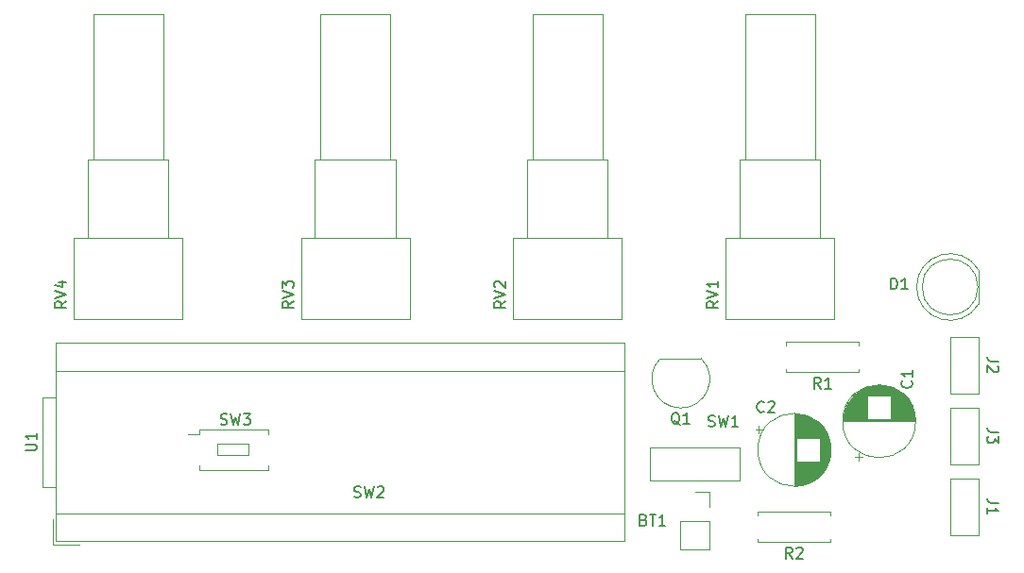
<source format=gbr>
%TF.GenerationSoftware,KiCad,Pcbnew,7.0.10*%
%TF.CreationDate,2024-01-28T18:06:39+01:00*%
%TF.ProjectId,daisy_01,64616973-795f-4303-912e-6b696361645f,rev?*%
%TF.SameCoordinates,Original*%
%TF.FileFunction,Legend,Top*%
%TF.FilePolarity,Positive*%
%FSLAX46Y46*%
G04 Gerber Fmt 4.6, Leading zero omitted, Abs format (unit mm)*
G04 Created by KiCad (PCBNEW 7.0.10) date 2024-01-28 18:06:39*
%MOMM*%
%LPD*%
G01*
G04 APERTURE LIST*
%ADD10C,0.150000*%
%ADD11C,0.120000*%
G04 APERTURE END LIST*
D10*
X129476667Y-126137200D02*
X129619524Y-126184819D01*
X129619524Y-126184819D02*
X129857619Y-126184819D01*
X129857619Y-126184819D02*
X129952857Y-126137200D01*
X129952857Y-126137200D02*
X130000476Y-126089580D01*
X130000476Y-126089580D02*
X130048095Y-125994342D01*
X130048095Y-125994342D02*
X130048095Y-125899104D01*
X130048095Y-125899104D02*
X130000476Y-125803866D01*
X130000476Y-125803866D02*
X129952857Y-125756247D01*
X129952857Y-125756247D02*
X129857619Y-125708628D01*
X129857619Y-125708628D02*
X129667143Y-125661009D01*
X129667143Y-125661009D02*
X129571905Y-125613390D01*
X129571905Y-125613390D02*
X129524286Y-125565771D01*
X129524286Y-125565771D02*
X129476667Y-125470533D01*
X129476667Y-125470533D02*
X129476667Y-125375295D01*
X129476667Y-125375295D02*
X129524286Y-125280057D01*
X129524286Y-125280057D02*
X129571905Y-125232438D01*
X129571905Y-125232438D02*
X129667143Y-125184819D01*
X129667143Y-125184819D02*
X129905238Y-125184819D01*
X129905238Y-125184819D02*
X130048095Y-125232438D01*
X130381429Y-125184819D02*
X130619524Y-126184819D01*
X130619524Y-126184819D02*
X130810000Y-125470533D01*
X130810000Y-125470533D02*
X131000476Y-126184819D01*
X131000476Y-126184819D02*
X131238572Y-125184819D01*
X131571905Y-125280057D02*
X131619524Y-125232438D01*
X131619524Y-125232438D02*
X131714762Y-125184819D01*
X131714762Y-125184819D02*
X131952857Y-125184819D01*
X131952857Y-125184819D02*
X132048095Y-125232438D01*
X132048095Y-125232438D02*
X132095714Y-125280057D01*
X132095714Y-125280057D02*
X132143333Y-125375295D01*
X132143333Y-125375295D02*
X132143333Y-125470533D01*
X132143333Y-125470533D02*
X132095714Y-125613390D01*
X132095714Y-125613390D02*
X131524286Y-126184819D01*
X131524286Y-126184819D02*
X132143333Y-126184819D01*
X117506667Y-119627200D02*
X117649524Y-119674819D01*
X117649524Y-119674819D02*
X117887619Y-119674819D01*
X117887619Y-119674819D02*
X117982857Y-119627200D01*
X117982857Y-119627200D02*
X118030476Y-119579580D01*
X118030476Y-119579580D02*
X118078095Y-119484342D01*
X118078095Y-119484342D02*
X118078095Y-119389104D01*
X118078095Y-119389104D02*
X118030476Y-119293866D01*
X118030476Y-119293866D02*
X117982857Y-119246247D01*
X117982857Y-119246247D02*
X117887619Y-119198628D01*
X117887619Y-119198628D02*
X117697143Y-119151009D01*
X117697143Y-119151009D02*
X117601905Y-119103390D01*
X117601905Y-119103390D02*
X117554286Y-119055771D01*
X117554286Y-119055771D02*
X117506667Y-118960533D01*
X117506667Y-118960533D02*
X117506667Y-118865295D01*
X117506667Y-118865295D02*
X117554286Y-118770057D01*
X117554286Y-118770057D02*
X117601905Y-118722438D01*
X117601905Y-118722438D02*
X117697143Y-118674819D01*
X117697143Y-118674819D02*
X117935238Y-118674819D01*
X117935238Y-118674819D02*
X118078095Y-118722438D01*
X118411429Y-118674819D02*
X118649524Y-119674819D01*
X118649524Y-119674819D02*
X118840000Y-118960533D01*
X118840000Y-118960533D02*
X119030476Y-119674819D01*
X119030476Y-119674819D02*
X119268572Y-118674819D01*
X119554286Y-118674819D02*
X120173333Y-118674819D01*
X120173333Y-118674819D02*
X119840000Y-119055771D01*
X119840000Y-119055771D02*
X119982857Y-119055771D01*
X119982857Y-119055771D02*
X120078095Y-119103390D01*
X120078095Y-119103390D02*
X120125714Y-119151009D01*
X120125714Y-119151009D02*
X120173333Y-119246247D01*
X120173333Y-119246247D02*
X120173333Y-119484342D01*
X120173333Y-119484342D02*
X120125714Y-119579580D01*
X120125714Y-119579580D02*
X120078095Y-119627200D01*
X120078095Y-119627200D02*
X119982857Y-119674819D01*
X119982857Y-119674819D02*
X119697143Y-119674819D01*
X119697143Y-119674819D02*
X119601905Y-119627200D01*
X119601905Y-119627200D02*
X119554286Y-119579580D01*
X143044819Y-108590238D02*
X142568628Y-108923571D01*
X143044819Y-109161666D02*
X142044819Y-109161666D01*
X142044819Y-109161666D02*
X142044819Y-108780714D01*
X142044819Y-108780714D02*
X142092438Y-108685476D01*
X142092438Y-108685476D02*
X142140057Y-108637857D01*
X142140057Y-108637857D02*
X142235295Y-108590238D01*
X142235295Y-108590238D02*
X142378152Y-108590238D01*
X142378152Y-108590238D02*
X142473390Y-108637857D01*
X142473390Y-108637857D02*
X142521009Y-108685476D01*
X142521009Y-108685476D02*
X142568628Y-108780714D01*
X142568628Y-108780714D02*
X142568628Y-109161666D01*
X142044819Y-108304523D02*
X143044819Y-107971190D01*
X143044819Y-107971190D02*
X142044819Y-107637857D01*
X142140057Y-107352142D02*
X142092438Y-107304523D01*
X142092438Y-107304523D02*
X142044819Y-107209285D01*
X142044819Y-107209285D02*
X142044819Y-106971190D01*
X142044819Y-106971190D02*
X142092438Y-106875952D01*
X142092438Y-106875952D02*
X142140057Y-106828333D01*
X142140057Y-106828333D02*
X142235295Y-106780714D01*
X142235295Y-106780714D02*
X142330533Y-106780714D01*
X142330533Y-106780714D02*
X142473390Y-106828333D01*
X142473390Y-106828333D02*
X143044819Y-107399761D01*
X143044819Y-107399761D02*
X143044819Y-106780714D01*
X179429580Y-115736666D02*
X179477200Y-115784285D01*
X179477200Y-115784285D02*
X179524819Y-115927142D01*
X179524819Y-115927142D02*
X179524819Y-116022380D01*
X179524819Y-116022380D02*
X179477200Y-116165237D01*
X179477200Y-116165237D02*
X179381961Y-116260475D01*
X179381961Y-116260475D02*
X179286723Y-116308094D01*
X179286723Y-116308094D02*
X179096247Y-116355713D01*
X179096247Y-116355713D02*
X178953390Y-116355713D01*
X178953390Y-116355713D02*
X178762914Y-116308094D01*
X178762914Y-116308094D02*
X178667676Y-116260475D01*
X178667676Y-116260475D02*
X178572438Y-116165237D01*
X178572438Y-116165237D02*
X178524819Y-116022380D01*
X178524819Y-116022380D02*
X178524819Y-115927142D01*
X178524819Y-115927142D02*
X178572438Y-115784285D01*
X178572438Y-115784285D02*
X178620057Y-115736666D01*
X179524819Y-114784285D02*
X179524819Y-115355713D01*
X179524819Y-115069999D02*
X178524819Y-115069999D01*
X178524819Y-115069999D02*
X178667676Y-115165237D01*
X178667676Y-115165237D02*
X178762914Y-115260475D01*
X178762914Y-115260475D02*
X178810533Y-115355713D01*
X124034819Y-108590238D02*
X123558628Y-108923571D01*
X124034819Y-109161666D02*
X123034819Y-109161666D01*
X123034819Y-109161666D02*
X123034819Y-108780714D01*
X123034819Y-108780714D02*
X123082438Y-108685476D01*
X123082438Y-108685476D02*
X123130057Y-108637857D01*
X123130057Y-108637857D02*
X123225295Y-108590238D01*
X123225295Y-108590238D02*
X123368152Y-108590238D01*
X123368152Y-108590238D02*
X123463390Y-108637857D01*
X123463390Y-108637857D02*
X123511009Y-108685476D01*
X123511009Y-108685476D02*
X123558628Y-108780714D01*
X123558628Y-108780714D02*
X123558628Y-109161666D01*
X123034819Y-108304523D02*
X124034819Y-107971190D01*
X124034819Y-107971190D02*
X123034819Y-107637857D01*
X123034819Y-107399761D02*
X123034819Y-106780714D01*
X123034819Y-106780714D02*
X123415771Y-107114047D01*
X123415771Y-107114047D02*
X123415771Y-106971190D01*
X123415771Y-106971190D02*
X123463390Y-106875952D01*
X123463390Y-106875952D02*
X123511009Y-106828333D01*
X123511009Y-106828333D02*
X123606247Y-106780714D01*
X123606247Y-106780714D02*
X123844342Y-106780714D01*
X123844342Y-106780714D02*
X123939580Y-106828333D01*
X123939580Y-106828333D02*
X123987200Y-106875952D01*
X123987200Y-106875952D02*
X124034819Y-106971190D01*
X124034819Y-106971190D02*
X124034819Y-107256904D01*
X124034819Y-107256904D02*
X123987200Y-107352142D01*
X123987200Y-107352142D02*
X123939580Y-107399761D01*
X177569905Y-107515819D02*
X177569905Y-106515819D01*
X177569905Y-106515819D02*
X177808000Y-106515819D01*
X177808000Y-106515819D02*
X177950857Y-106563438D01*
X177950857Y-106563438D02*
X178046095Y-106658676D01*
X178046095Y-106658676D02*
X178093714Y-106753914D01*
X178093714Y-106753914D02*
X178141333Y-106944390D01*
X178141333Y-106944390D02*
X178141333Y-107087247D01*
X178141333Y-107087247D02*
X178093714Y-107277723D01*
X178093714Y-107277723D02*
X178046095Y-107372961D01*
X178046095Y-107372961D02*
X177950857Y-107468200D01*
X177950857Y-107468200D02*
X177808000Y-107515819D01*
X177808000Y-107515819D02*
X177569905Y-107515819D01*
X179093714Y-107515819D02*
X178522286Y-107515819D01*
X178808000Y-107515819D02*
X178808000Y-106515819D01*
X178808000Y-106515819D02*
X178712762Y-106658676D01*
X178712762Y-106658676D02*
X178617524Y-106753914D01*
X178617524Y-106753914D02*
X178522286Y-106801533D01*
X99994819Y-121986304D02*
X100804342Y-121986304D01*
X100804342Y-121986304D02*
X100899580Y-121938685D01*
X100899580Y-121938685D02*
X100947200Y-121891066D01*
X100947200Y-121891066D02*
X100994819Y-121795828D01*
X100994819Y-121795828D02*
X100994819Y-121605352D01*
X100994819Y-121605352D02*
X100947200Y-121510114D01*
X100947200Y-121510114D02*
X100899580Y-121462495D01*
X100899580Y-121462495D02*
X100804342Y-121414876D01*
X100804342Y-121414876D02*
X99994819Y-121414876D01*
X100994819Y-120414876D02*
X100994819Y-120986304D01*
X100994819Y-120700590D02*
X99994819Y-120700590D01*
X99994819Y-120700590D02*
X100137676Y-120795828D01*
X100137676Y-120795828D02*
X100232914Y-120891066D01*
X100232914Y-120891066D02*
X100280533Y-120986304D01*
X162094819Y-108590238D02*
X161618628Y-108923571D01*
X162094819Y-109161666D02*
X161094819Y-109161666D01*
X161094819Y-109161666D02*
X161094819Y-108780714D01*
X161094819Y-108780714D02*
X161142438Y-108685476D01*
X161142438Y-108685476D02*
X161190057Y-108637857D01*
X161190057Y-108637857D02*
X161285295Y-108590238D01*
X161285295Y-108590238D02*
X161428152Y-108590238D01*
X161428152Y-108590238D02*
X161523390Y-108637857D01*
X161523390Y-108637857D02*
X161571009Y-108685476D01*
X161571009Y-108685476D02*
X161618628Y-108780714D01*
X161618628Y-108780714D02*
X161618628Y-109161666D01*
X161094819Y-108304523D02*
X162094819Y-107971190D01*
X162094819Y-107971190D02*
X161094819Y-107637857D01*
X162094819Y-106780714D02*
X162094819Y-107352142D01*
X162094819Y-107066428D02*
X161094819Y-107066428D01*
X161094819Y-107066428D02*
X161237676Y-107161666D01*
X161237676Y-107161666D02*
X161332914Y-107256904D01*
X161332914Y-107256904D02*
X161380533Y-107352142D01*
X161226667Y-119787200D02*
X161369524Y-119834819D01*
X161369524Y-119834819D02*
X161607619Y-119834819D01*
X161607619Y-119834819D02*
X161702857Y-119787200D01*
X161702857Y-119787200D02*
X161750476Y-119739580D01*
X161750476Y-119739580D02*
X161798095Y-119644342D01*
X161798095Y-119644342D02*
X161798095Y-119549104D01*
X161798095Y-119549104D02*
X161750476Y-119453866D01*
X161750476Y-119453866D02*
X161702857Y-119406247D01*
X161702857Y-119406247D02*
X161607619Y-119358628D01*
X161607619Y-119358628D02*
X161417143Y-119311009D01*
X161417143Y-119311009D02*
X161321905Y-119263390D01*
X161321905Y-119263390D02*
X161274286Y-119215771D01*
X161274286Y-119215771D02*
X161226667Y-119120533D01*
X161226667Y-119120533D02*
X161226667Y-119025295D01*
X161226667Y-119025295D02*
X161274286Y-118930057D01*
X161274286Y-118930057D02*
X161321905Y-118882438D01*
X161321905Y-118882438D02*
X161417143Y-118834819D01*
X161417143Y-118834819D02*
X161655238Y-118834819D01*
X161655238Y-118834819D02*
X161798095Y-118882438D01*
X162131429Y-118834819D02*
X162369524Y-119834819D01*
X162369524Y-119834819D02*
X162560000Y-119120533D01*
X162560000Y-119120533D02*
X162750476Y-119834819D01*
X162750476Y-119834819D02*
X162988572Y-118834819D01*
X163893333Y-119834819D02*
X163321905Y-119834819D01*
X163607619Y-119834819D02*
X163607619Y-118834819D01*
X163607619Y-118834819D02*
X163512381Y-118977676D01*
X163512381Y-118977676D02*
X163417143Y-119072914D01*
X163417143Y-119072914D02*
X163321905Y-119120533D01*
X166203333Y-118469580D02*
X166155714Y-118517200D01*
X166155714Y-118517200D02*
X166012857Y-118564819D01*
X166012857Y-118564819D02*
X165917619Y-118564819D01*
X165917619Y-118564819D02*
X165774762Y-118517200D01*
X165774762Y-118517200D02*
X165679524Y-118421961D01*
X165679524Y-118421961D02*
X165631905Y-118326723D01*
X165631905Y-118326723D02*
X165584286Y-118136247D01*
X165584286Y-118136247D02*
X165584286Y-117993390D01*
X165584286Y-117993390D02*
X165631905Y-117802914D01*
X165631905Y-117802914D02*
X165679524Y-117707676D01*
X165679524Y-117707676D02*
X165774762Y-117612438D01*
X165774762Y-117612438D02*
X165917619Y-117564819D01*
X165917619Y-117564819D02*
X166012857Y-117564819D01*
X166012857Y-117564819D02*
X166155714Y-117612438D01*
X166155714Y-117612438D02*
X166203333Y-117660057D01*
X166584286Y-117660057D02*
X166631905Y-117612438D01*
X166631905Y-117612438D02*
X166727143Y-117564819D01*
X166727143Y-117564819D02*
X166965238Y-117564819D01*
X166965238Y-117564819D02*
X167060476Y-117612438D01*
X167060476Y-117612438D02*
X167108095Y-117660057D01*
X167108095Y-117660057D02*
X167155714Y-117755295D01*
X167155714Y-117755295D02*
X167155714Y-117850533D01*
X167155714Y-117850533D02*
X167108095Y-117993390D01*
X167108095Y-117993390D02*
X166536667Y-118564819D01*
X166536667Y-118564819D02*
X167155714Y-118564819D01*
X155424285Y-128201009D02*
X155567142Y-128248628D01*
X155567142Y-128248628D02*
X155614761Y-128296247D01*
X155614761Y-128296247D02*
X155662380Y-128391485D01*
X155662380Y-128391485D02*
X155662380Y-128534342D01*
X155662380Y-128534342D02*
X155614761Y-128629580D01*
X155614761Y-128629580D02*
X155567142Y-128677200D01*
X155567142Y-128677200D02*
X155471904Y-128724819D01*
X155471904Y-128724819D02*
X155090952Y-128724819D01*
X155090952Y-128724819D02*
X155090952Y-127724819D01*
X155090952Y-127724819D02*
X155424285Y-127724819D01*
X155424285Y-127724819D02*
X155519523Y-127772438D01*
X155519523Y-127772438D02*
X155567142Y-127820057D01*
X155567142Y-127820057D02*
X155614761Y-127915295D01*
X155614761Y-127915295D02*
X155614761Y-128010533D01*
X155614761Y-128010533D02*
X155567142Y-128105771D01*
X155567142Y-128105771D02*
X155519523Y-128153390D01*
X155519523Y-128153390D02*
X155424285Y-128201009D01*
X155424285Y-128201009D02*
X155090952Y-128201009D01*
X155948095Y-127724819D02*
X156519523Y-127724819D01*
X156233809Y-128724819D02*
X156233809Y-127724819D01*
X157376666Y-128724819D02*
X156805238Y-128724819D01*
X157090952Y-128724819D02*
X157090952Y-127724819D01*
X157090952Y-127724819D02*
X156995714Y-127867676D01*
X156995714Y-127867676D02*
X156900476Y-127962914D01*
X156900476Y-127962914D02*
X156805238Y-128010533D01*
X103674819Y-108590238D02*
X103198628Y-108923571D01*
X103674819Y-109161666D02*
X102674819Y-109161666D01*
X102674819Y-109161666D02*
X102674819Y-108780714D01*
X102674819Y-108780714D02*
X102722438Y-108685476D01*
X102722438Y-108685476D02*
X102770057Y-108637857D01*
X102770057Y-108637857D02*
X102865295Y-108590238D01*
X102865295Y-108590238D02*
X103008152Y-108590238D01*
X103008152Y-108590238D02*
X103103390Y-108637857D01*
X103103390Y-108637857D02*
X103151009Y-108685476D01*
X103151009Y-108685476D02*
X103198628Y-108780714D01*
X103198628Y-108780714D02*
X103198628Y-109161666D01*
X102674819Y-108304523D02*
X103674819Y-107971190D01*
X103674819Y-107971190D02*
X102674819Y-107637857D01*
X103008152Y-106875952D02*
X103674819Y-106875952D01*
X102627200Y-107114047D02*
X103341485Y-107352142D01*
X103341485Y-107352142D02*
X103341485Y-106733095D01*
X187235180Y-120316666D02*
X186520895Y-120316666D01*
X186520895Y-120316666D02*
X186378038Y-120269047D01*
X186378038Y-120269047D02*
X186282800Y-120173809D01*
X186282800Y-120173809D02*
X186235180Y-120030952D01*
X186235180Y-120030952D02*
X186235180Y-119935714D01*
X187235180Y-120697619D02*
X187235180Y-121316666D01*
X187235180Y-121316666D02*
X186854228Y-120983333D01*
X186854228Y-120983333D02*
X186854228Y-121126190D01*
X186854228Y-121126190D02*
X186806609Y-121221428D01*
X186806609Y-121221428D02*
X186758990Y-121269047D01*
X186758990Y-121269047D02*
X186663752Y-121316666D01*
X186663752Y-121316666D02*
X186425657Y-121316666D01*
X186425657Y-121316666D02*
X186330419Y-121269047D01*
X186330419Y-121269047D02*
X186282800Y-121221428D01*
X186282800Y-121221428D02*
X186235180Y-121126190D01*
X186235180Y-121126190D02*
X186235180Y-120840476D01*
X186235180Y-120840476D02*
X186282800Y-120745238D01*
X186282800Y-120745238D02*
X186330419Y-120697619D01*
X158654761Y-119680057D02*
X158559523Y-119632438D01*
X158559523Y-119632438D02*
X158464285Y-119537200D01*
X158464285Y-119537200D02*
X158321428Y-119394342D01*
X158321428Y-119394342D02*
X158226190Y-119346723D01*
X158226190Y-119346723D02*
X158130952Y-119346723D01*
X158178571Y-119584819D02*
X158083333Y-119537200D01*
X158083333Y-119537200D02*
X157988095Y-119441961D01*
X157988095Y-119441961D02*
X157940476Y-119251485D01*
X157940476Y-119251485D02*
X157940476Y-118918152D01*
X157940476Y-118918152D02*
X157988095Y-118727676D01*
X157988095Y-118727676D02*
X158083333Y-118632438D01*
X158083333Y-118632438D02*
X158178571Y-118584819D01*
X158178571Y-118584819D02*
X158369047Y-118584819D01*
X158369047Y-118584819D02*
X158464285Y-118632438D01*
X158464285Y-118632438D02*
X158559523Y-118727676D01*
X158559523Y-118727676D02*
X158607142Y-118918152D01*
X158607142Y-118918152D02*
X158607142Y-119251485D01*
X158607142Y-119251485D02*
X158559523Y-119441961D01*
X158559523Y-119441961D02*
X158464285Y-119537200D01*
X158464285Y-119537200D02*
X158369047Y-119584819D01*
X158369047Y-119584819D02*
X158178571Y-119584819D01*
X159559523Y-119584819D02*
X158988095Y-119584819D01*
X159273809Y-119584819D02*
X159273809Y-118584819D01*
X159273809Y-118584819D02*
X159178571Y-118727676D01*
X159178571Y-118727676D02*
X159083333Y-118822914D01*
X159083333Y-118822914D02*
X158988095Y-118870533D01*
X187235180Y-126666666D02*
X186520895Y-126666666D01*
X186520895Y-126666666D02*
X186378038Y-126619047D01*
X186378038Y-126619047D02*
X186282800Y-126523809D01*
X186282800Y-126523809D02*
X186235180Y-126380952D01*
X186235180Y-126380952D02*
X186235180Y-126285714D01*
X186235180Y-127666666D02*
X186235180Y-127095238D01*
X186235180Y-127380952D02*
X187235180Y-127380952D01*
X187235180Y-127380952D02*
X187092323Y-127285714D01*
X187092323Y-127285714D02*
X186997085Y-127190476D01*
X186997085Y-127190476D02*
X186949466Y-127095238D01*
X168743333Y-131669219D02*
X168410000Y-131193028D01*
X168171905Y-131669219D02*
X168171905Y-130669219D01*
X168171905Y-130669219D02*
X168552857Y-130669219D01*
X168552857Y-130669219D02*
X168648095Y-130716838D01*
X168648095Y-130716838D02*
X168695714Y-130764457D01*
X168695714Y-130764457D02*
X168743333Y-130859695D01*
X168743333Y-130859695D02*
X168743333Y-131002552D01*
X168743333Y-131002552D02*
X168695714Y-131097790D01*
X168695714Y-131097790D02*
X168648095Y-131145409D01*
X168648095Y-131145409D02*
X168552857Y-131193028D01*
X168552857Y-131193028D02*
X168171905Y-131193028D01*
X169124286Y-130764457D02*
X169171905Y-130716838D01*
X169171905Y-130716838D02*
X169267143Y-130669219D01*
X169267143Y-130669219D02*
X169505238Y-130669219D01*
X169505238Y-130669219D02*
X169600476Y-130716838D01*
X169600476Y-130716838D02*
X169648095Y-130764457D01*
X169648095Y-130764457D02*
X169695714Y-130859695D01*
X169695714Y-130859695D02*
X169695714Y-130954933D01*
X169695714Y-130954933D02*
X169648095Y-131097790D01*
X169648095Y-131097790D02*
X169076667Y-131669219D01*
X169076667Y-131669219D02*
X169695714Y-131669219D01*
X171283333Y-116429219D02*
X170950000Y-115953028D01*
X170711905Y-116429219D02*
X170711905Y-115429219D01*
X170711905Y-115429219D02*
X171092857Y-115429219D01*
X171092857Y-115429219D02*
X171188095Y-115476838D01*
X171188095Y-115476838D02*
X171235714Y-115524457D01*
X171235714Y-115524457D02*
X171283333Y-115619695D01*
X171283333Y-115619695D02*
X171283333Y-115762552D01*
X171283333Y-115762552D02*
X171235714Y-115857790D01*
X171235714Y-115857790D02*
X171188095Y-115905409D01*
X171188095Y-115905409D02*
X171092857Y-115953028D01*
X171092857Y-115953028D02*
X170711905Y-115953028D01*
X172235714Y-116429219D02*
X171664286Y-116429219D01*
X171950000Y-116429219D02*
X171950000Y-115429219D01*
X171950000Y-115429219D02*
X171854762Y-115572076D01*
X171854762Y-115572076D02*
X171759524Y-115667314D01*
X171759524Y-115667314D02*
X171664286Y-115714933D01*
X187235180Y-113966666D02*
X186520895Y-113966666D01*
X186520895Y-113966666D02*
X186378038Y-113919047D01*
X186378038Y-113919047D02*
X186282800Y-113823809D01*
X186282800Y-113823809D02*
X186235180Y-113680952D01*
X186235180Y-113680952D02*
X186235180Y-113585714D01*
X187139942Y-114395238D02*
X187187561Y-114442857D01*
X187187561Y-114442857D02*
X187235180Y-114538095D01*
X187235180Y-114538095D02*
X187235180Y-114776190D01*
X187235180Y-114776190D02*
X187187561Y-114871428D01*
X187187561Y-114871428D02*
X187139942Y-114919047D01*
X187139942Y-114919047D02*
X187044704Y-114966666D01*
X187044704Y-114966666D02*
X186949466Y-114966666D01*
X186949466Y-114966666D02*
X186806609Y-114919047D01*
X186806609Y-114919047D02*
X186235180Y-114347619D01*
X186235180Y-114347619D02*
X186235180Y-114966666D01*
D11*
%TO.C,SW3*%
X115570000Y-120070000D02*
X115570000Y-120530000D01*
X115570000Y-120530000D02*
X114570000Y-120530000D01*
X115570000Y-123310000D02*
X115570000Y-123770000D01*
X115570000Y-123770000D02*
X121770000Y-123770000D01*
X121770000Y-120070000D02*
X115570000Y-120070000D01*
X121770000Y-120070000D02*
X121770000Y-120530000D01*
X121770000Y-123310000D02*
X121770000Y-123770000D01*
X117170000Y-121370000D02*
X120020000Y-121370000D01*
X120020000Y-121370000D02*
X120020000Y-122420000D01*
X120020000Y-122420000D02*
X117170000Y-122420000D01*
X117170000Y-122420000D02*
X117170000Y-121370000D01*
%TO.C,RV2*%
X145470000Y-82875000D02*
X151710000Y-82875000D01*
X151710000Y-95875000D02*
X151710000Y-82875000D01*
X145470000Y-95875000D02*
X145470000Y-82875000D01*
X144970000Y-95875000D02*
X152210000Y-95875000D01*
X152210000Y-102875000D02*
X152210000Y-95875000D01*
X144970000Y-102875000D02*
X144970000Y-95875000D01*
X143720000Y-102875000D02*
X153460000Y-102875000D01*
X153460000Y-110170000D02*
X153460000Y-102875000D01*
X143720000Y-110170000D02*
X143720000Y-102875000D01*
X143720000Y-110170000D02*
X153460000Y-110170000D01*
%TO.C,C1*%
X174691000Y-122860241D02*
X174691000Y-122230241D01*
X174376000Y-122545241D02*
X175006000Y-122545241D01*
X173300000Y-119360000D02*
X179760000Y-119360000D01*
X173300000Y-119320000D02*
X179760000Y-119320000D01*
X173300000Y-119280000D02*
X179760000Y-119280000D01*
X173302000Y-119240000D02*
X179758000Y-119240000D01*
X173303000Y-119200000D02*
X179757000Y-119200000D01*
X173306000Y-119160000D02*
X179754000Y-119160000D01*
X173308000Y-119120000D02*
X175490000Y-119120000D01*
X177570000Y-119120000D02*
X179752000Y-119120000D01*
X173312000Y-119080000D02*
X175490000Y-119080000D01*
X177570000Y-119080000D02*
X179748000Y-119080000D01*
X173315000Y-119040000D02*
X175490000Y-119040000D01*
X177570000Y-119040000D02*
X179745000Y-119040000D01*
X173319000Y-119000000D02*
X175490000Y-119000000D01*
X177570000Y-119000000D02*
X179741000Y-119000000D01*
X173324000Y-118960000D02*
X175490000Y-118960000D01*
X177570000Y-118960000D02*
X179736000Y-118960000D01*
X173329000Y-118920000D02*
X175490000Y-118920000D01*
X177570000Y-118920000D02*
X179731000Y-118920000D01*
X173335000Y-118880000D02*
X175490000Y-118880000D01*
X177570000Y-118880000D02*
X179725000Y-118880000D01*
X173341000Y-118840000D02*
X175490000Y-118840000D01*
X177570000Y-118840000D02*
X179719000Y-118840000D01*
X173348000Y-118800000D02*
X175490000Y-118800000D01*
X177570000Y-118800000D02*
X179712000Y-118800000D01*
X173355000Y-118760000D02*
X175490000Y-118760000D01*
X177570000Y-118760000D02*
X179705000Y-118760000D01*
X173363000Y-118720000D02*
X175490000Y-118720000D01*
X177570000Y-118720000D02*
X179697000Y-118720000D01*
X173371000Y-118680000D02*
X175490000Y-118680000D01*
X177570000Y-118680000D02*
X179689000Y-118680000D01*
X173380000Y-118639000D02*
X175490000Y-118639000D01*
X177570000Y-118639000D02*
X179680000Y-118639000D01*
X173389000Y-118599000D02*
X175490000Y-118599000D01*
X177570000Y-118599000D02*
X179671000Y-118599000D01*
X173399000Y-118559000D02*
X175490000Y-118559000D01*
X177570000Y-118559000D02*
X179661000Y-118559000D01*
X173409000Y-118519000D02*
X175490000Y-118519000D01*
X177570000Y-118519000D02*
X179651000Y-118519000D01*
X173420000Y-118479000D02*
X175490000Y-118479000D01*
X177570000Y-118479000D02*
X179640000Y-118479000D01*
X173432000Y-118439000D02*
X175490000Y-118439000D01*
X177570000Y-118439000D02*
X179628000Y-118439000D01*
X173444000Y-118399000D02*
X175490000Y-118399000D01*
X177570000Y-118399000D02*
X179616000Y-118399000D01*
X173456000Y-118359000D02*
X175490000Y-118359000D01*
X177570000Y-118359000D02*
X179604000Y-118359000D01*
X173469000Y-118319000D02*
X175490000Y-118319000D01*
X177570000Y-118319000D02*
X179591000Y-118319000D01*
X173483000Y-118279000D02*
X175490000Y-118279000D01*
X177570000Y-118279000D02*
X179577000Y-118279000D01*
X173497000Y-118239000D02*
X175490000Y-118239000D01*
X177570000Y-118239000D02*
X179563000Y-118239000D01*
X173512000Y-118199000D02*
X175490000Y-118199000D01*
X177570000Y-118199000D02*
X179548000Y-118199000D01*
X173528000Y-118159000D02*
X175490000Y-118159000D01*
X177570000Y-118159000D02*
X179532000Y-118159000D01*
X173544000Y-118119000D02*
X175490000Y-118119000D01*
X177570000Y-118119000D02*
X179516000Y-118119000D01*
X173560000Y-118079000D02*
X175490000Y-118079000D01*
X177570000Y-118079000D02*
X179500000Y-118079000D01*
X173578000Y-118039000D02*
X175490000Y-118039000D01*
X177570000Y-118039000D02*
X179482000Y-118039000D01*
X173596000Y-117999000D02*
X175490000Y-117999000D01*
X177570000Y-117999000D02*
X179464000Y-117999000D01*
X173614000Y-117959000D02*
X175490000Y-117959000D01*
X177570000Y-117959000D02*
X179446000Y-117959000D01*
X173634000Y-117919000D02*
X175490000Y-117919000D01*
X177570000Y-117919000D02*
X179426000Y-117919000D01*
X173654000Y-117879000D02*
X175490000Y-117879000D01*
X177570000Y-117879000D02*
X179406000Y-117879000D01*
X173674000Y-117839000D02*
X175490000Y-117839000D01*
X177570000Y-117839000D02*
X179386000Y-117839000D01*
X173696000Y-117799000D02*
X175490000Y-117799000D01*
X177570000Y-117799000D02*
X179364000Y-117799000D01*
X173718000Y-117759000D02*
X175490000Y-117759000D01*
X177570000Y-117759000D02*
X179342000Y-117759000D01*
X173740000Y-117719000D02*
X175490000Y-117719000D01*
X177570000Y-117719000D02*
X179320000Y-117719000D01*
X173764000Y-117679000D02*
X175490000Y-117679000D01*
X177570000Y-117679000D02*
X179296000Y-117679000D01*
X173788000Y-117639000D02*
X175490000Y-117639000D01*
X177570000Y-117639000D02*
X179272000Y-117639000D01*
X173814000Y-117599000D02*
X175490000Y-117599000D01*
X177570000Y-117599000D02*
X179246000Y-117599000D01*
X173840000Y-117559000D02*
X175490000Y-117559000D01*
X177570000Y-117559000D02*
X179220000Y-117559000D01*
X173866000Y-117519000D02*
X175490000Y-117519000D01*
X177570000Y-117519000D02*
X179194000Y-117519000D01*
X173894000Y-117479000D02*
X175490000Y-117479000D01*
X177570000Y-117479000D02*
X179166000Y-117479000D01*
X173923000Y-117439000D02*
X175490000Y-117439000D01*
X177570000Y-117439000D02*
X179137000Y-117439000D01*
X173952000Y-117399000D02*
X175490000Y-117399000D01*
X177570000Y-117399000D02*
X179108000Y-117399000D01*
X173982000Y-117359000D02*
X175490000Y-117359000D01*
X177570000Y-117359000D02*
X179078000Y-117359000D01*
X174014000Y-117319000D02*
X175490000Y-117319000D01*
X177570000Y-117319000D02*
X179046000Y-117319000D01*
X174046000Y-117279000D02*
X175490000Y-117279000D01*
X177570000Y-117279000D02*
X179014000Y-117279000D01*
X174080000Y-117239000D02*
X175490000Y-117239000D01*
X177570000Y-117239000D02*
X178980000Y-117239000D01*
X174114000Y-117199000D02*
X175490000Y-117199000D01*
X177570000Y-117199000D02*
X178946000Y-117199000D01*
X174150000Y-117159000D02*
X175490000Y-117159000D01*
X177570000Y-117159000D02*
X178910000Y-117159000D01*
X174187000Y-117119000D02*
X175490000Y-117119000D01*
X177570000Y-117119000D02*
X178873000Y-117119000D01*
X174225000Y-117079000D02*
X175490000Y-117079000D01*
X177570000Y-117079000D02*
X178835000Y-117079000D01*
X174265000Y-117039000D02*
X178795000Y-117039000D01*
X174306000Y-116999000D02*
X178754000Y-116999000D01*
X174348000Y-116959000D02*
X178712000Y-116959000D01*
X174393000Y-116919000D02*
X178667000Y-116919000D01*
X174438000Y-116879000D02*
X178622000Y-116879000D01*
X174486000Y-116839000D02*
X178574000Y-116839000D01*
X174535000Y-116799000D02*
X178525000Y-116799000D01*
X174586000Y-116759000D02*
X178474000Y-116759000D01*
X174640000Y-116719000D02*
X178420000Y-116719000D01*
X174696000Y-116679000D02*
X178364000Y-116679000D01*
X174754000Y-116639000D02*
X178306000Y-116639000D01*
X174816000Y-116599000D02*
X178244000Y-116599000D01*
X174880000Y-116559000D02*
X178180000Y-116559000D01*
X174949000Y-116519000D02*
X178111000Y-116519000D01*
X175021000Y-116479000D02*
X178039000Y-116479000D01*
X175098000Y-116439000D02*
X177962000Y-116439000D01*
X175180000Y-116399000D02*
X177880000Y-116399000D01*
X175268000Y-116359000D02*
X177792000Y-116359000D01*
X175365000Y-116319000D02*
X177695000Y-116319000D01*
X175471000Y-116279000D02*
X177589000Y-116279000D01*
X175590000Y-116239000D02*
X177470000Y-116239000D01*
X175728000Y-116199000D02*
X177332000Y-116199000D01*
X175897000Y-116159000D02*
X177163000Y-116159000D01*
X176128000Y-116119000D02*
X176932000Y-116119000D01*
X179800000Y-119360000D02*
G75*
G03*
X173260000Y-119360000I-3270000J0D01*
G01*
X173260000Y-119360000D02*
G75*
G03*
X179800000Y-119360000I3270000J0D01*
G01*
%TO.C,RV3*%
X126460000Y-82875000D02*
X132700000Y-82875000D01*
X132700000Y-95875000D02*
X132700000Y-82875000D01*
X126460000Y-95875000D02*
X126460000Y-82875000D01*
X125960000Y-95875000D02*
X133200000Y-95875000D01*
X133200000Y-102875000D02*
X133200000Y-95875000D01*
X125960000Y-102875000D02*
X125960000Y-95875000D01*
X124710000Y-102875000D02*
X134450000Y-102875000D01*
X134450000Y-110170000D02*
X134450000Y-102875000D01*
X124710000Y-110170000D02*
X124710000Y-102875000D01*
X124710000Y-110170000D02*
X134450000Y-110170000D01*
%TO.C,D1*%
X185440000Y-108860000D02*
X185440000Y-105770000D01*
X179890001Y-107314538D02*
G75*
G03*
X185439999Y-108859830I2989999J-462D01*
G01*
X185440000Y-105770170D02*
G75*
G03*
X179890000Y-107315462I-2560000J-1544830D01*
G01*
X185380000Y-107315000D02*
G75*
G03*
X180380000Y-107315000I-2500000J0D01*
G01*
X180380000Y-107315000D02*
G75*
G03*
X185380000Y-107315000I2500000J0D01*
G01*
%TO.C,U1*%
X102440000Y-130424400D02*
X104840000Y-130424400D01*
X102740000Y-130124400D02*
X102740000Y-112324400D01*
X153740000Y-130124400D02*
X102740000Y-130124400D01*
X102440000Y-128124400D02*
X102440000Y-130424400D01*
X102740000Y-127644400D02*
X153740000Y-127644400D01*
X101540000Y-125224400D02*
X101540000Y-117224400D01*
X102740000Y-125224400D02*
X101540000Y-125224400D01*
X101540000Y-117224400D02*
X102740000Y-117224400D01*
X102740000Y-114844400D02*
X153740000Y-114844400D01*
X102740000Y-112324400D02*
X153740000Y-112324400D01*
X153740000Y-112324400D02*
X153740000Y-130124400D01*
%TO.C,RV1*%
X164520000Y-82875000D02*
X170760000Y-82875000D01*
X170760000Y-95875000D02*
X170760000Y-82875000D01*
X164520000Y-95875000D02*
X164520000Y-82875000D01*
X164020000Y-95875000D02*
X171260000Y-95875000D01*
X171260000Y-102875000D02*
X171260000Y-95875000D01*
X164020000Y-102875000D02*
X164020000Y-95875000D01*
X162770000Y-102875000D02*
X172510000Y-102875000D01*
X172510000Y-110170000D02*
X172510000Y-102875000D01*
X162770000Y-110170000D02*
X162770000Y-102875000D01*
X162770000Y-110170000D02*
X172510000Y-110170000D01*
%TO.C,SW1*%
X164060000Y-124690000D02*
X164060000Y-121690000D01*
X164060000Y-124690000D02*
X155960000Y-124690000D01*
X155960000Y-121690000D02*
X164060000Y-121690000D01*
X155960000Y-121690000D02*
X155960000Y-124690000D01*
%TO.C,C2*%
X165429759Y-120081000D02*
X166059759Y-120081000D01*
X165744759Y-119766000D02*
X165744759Y-120396000D01*
X168930000Y-118690000D02*
X168930000Y-125150000D01*
X168970000Y-118690000D02*
X168970000Y-125150000D01*
X169010000Y-118690000D02*
X169010000Y-125150000D01*
X169050000Y-118692000D02*
X169050000Y-125148000D01*
X169090000Y-118693000D02*
X169090000Y-125147000D01*
X169130000Y-118696000D02*
X169130000Y-125144000D01*
X169170000Y-118698000D02*
X169170000Y-120880000D01*
X169170000Y-122960000D02*
X169170000Y-125142000D01*
X169210000Y-118702000D02*
X169210000Y-120880000D01*
X169210000Y-122960000D02*
X169210000Y-125138000D01*
X169250000Y-118705000D02*
X169250000Y-120880000D01*
X169250000Y-122960000D02*
X169250000Y-125135000D01*
X169290000Y-118709000D02*
X169290000Y-120880000D01*
X169290000Y-122960000D02*
X169290000Y-125131000D01*
X169330000Y-118714000D02*
X169330000Y-120880000D01*
X169330000Y-122960000D02*
X169330000Y-125126000D01*
X169370000Y-118719000D02*
X169370000Y-120880000D01*
X169370000Y-122960000D02*
X169370000Y-125121000D01*
X169410000Y-118725000D02*
X169410000Y-120880000D01*
X169410000Y-122960000D02*
X169410000Y-125115000D01*
X169450000Y-118731000D02*
X169450000Y-120880000D01*
X169450000Y-122960000D02*
X169450000Y-125109000D01*
X169490000Y-118738000D02*
X169490000Y-120880000D01*
X169490000Y-122960000D02*
X169490000Y-125102000D01*
X169530000Y-118745000D02*
X169530000Y-120880000D01*
X169530000Y-122960000D02*
X169530000Y-125095000D01*
X169570000Y-118753000D02*
X169570000Y-120880000D01*
X169570000Y-122960000D02*
X169570000Y-125087000D01*
X169610000Y-118761000D02*
X169610000Y-120880000D01*
X169610000Y-122960000D02*
X169610000Y-125079000D01*
X169651000Y-118770000D02*
X169651000Y-120880000D01*
X169651000Y-122960000D02*
X169651000Y-125070000D01*
X169691000Y-118779000D02*
X169691000Y-120880000D01*
X169691000Y-122960000D02*
X169691000Y-125061000D01*
X169731000Y-118789000D02*
X169731000Y-120880000D01*
X169731000Y-122960000D02*
X169731000Y-125051000D01*
X169771000Y-118799000D02*
X169771000Y-120880000D01*
X169771000Y-122960000D02*
X169771000Y-125041000D01*
X169811000Y-118810000D02*
X169811000Y-120880000D01*
X169811000Y-122960000D02*
X169811000Y-125030000D01*
X169851000Y-118822000D02*
X169851000Y-120880000D01*
X169851000Y-122960000D02*
X169851000Y-125018000D01*
X169891000Y-118834000D02*
X169891000Y-120880000D01*
X169891000Y-122960000D02*
X169891000Y-125006000D01*
X169931000Y-118846000D02*
X169931000Y-120880000D01*
X169931000Y-122960000D02*
X169931000Y-124994000D01*
X169971000Y-118859000D02*
X169971000Y-120880000D01*
X169971000Y-122960000D02*
X169971000Y-124981000D01*
X170011000Y-118873000D02*
X170011000Y-120880000D01*
X170011000Y-122960000D02*
X170011000Y-124967000D01*
X170051000Y-118887000D02*
X170051000Y-120880000D01*
X170051000Y-122960000D02*
X170051000Y-124953000D01*
X170091000Y-118902000D02*
X170091000Y-120880000D01*
X170091000Y-122960000D02*
X170091000Y-124938000D01*
X170131000Y-118918000D02*
X170131000Y-120880000D01*
X170131000Y-122960000D02*
X170131000Y-124922000D01*
X170171000Y-118934000D02*
X170171000Y-120880000D01*
X170171000Y-122960000D02*
X170171000Y-124906000D01*
X170211000Y-118950000D02*
X170211000Y-120880000D01*
X170211000Y-122960000D02*
X170211000Y-124890000D01*
X170251000Y-118968000D02*
X170251000Y-120880000D01*
X170251000Y-122960000D02*
X170251000Y-124872000D01*
X170291000Y-118986000D02*
X170291000Y-120880000D01*
X170291000Y-122960000D02*
X170291000Y-124854000D01*
X170331000Y-119004000D02*
X170331000Y-120880000D01*
X170331000Y-122960000D02*
X170331000Y-124836000D01*
X170371000Y-119024000D02*
X170371000Y-120880000D01*
X170371000Y-122960000D02*
X170371000Y-124816000D01*
X170411000Y-119044000D02*
X170411000Y-120880000D01*
X170411000Y-122960000D02*
X170411000Y-124796000D01*
X170451000Y-119064000D02*
X170451000Y-120880000D01*
X170451000Y-122960000D02*
X170451000Y-124776000D01*
X170491000Y-119086000D02*
X170491000Y-120880000D01*
X170491000Y-122960000D02*
X170491000Y-124754000D01*
X170531000Y-119108000D02*
X170531000Y-120880000D01*
X170531000Y-122960000D02*
X170531000Y-124732000D01*
X170571000Y-119130000D02*
X170571000Y-120880000D01*
X170571000Y-122960000D02*
X170571000Y-124710000D01*
X170611000Y-119154000D02*
X170611000Y-120880000D01*
X170611000Y-122960000D02*
X170611000Y-124686000D01*
X170651000Y-119178000D02*
X170651000Y-120880000D01*
X170651000Y-122960000D02*
X170651000Y-124662000D01*
X170691000Y-119204000D02*
X170691000Y-120880000D01*
X170691000Y-122960000D02*
X170691000Y-124636000D01*
X170731000Y-119230000D02*
X170731000Y-120880000D01*
X170731000Y-122960000D02*
X170731000Y-124610000D01*
X170771000Y-119256000D02*
X170771000Y-120880000D01*
X170771000Y-122960000D02*
X170771000Y-124584000D01*
X170811000Y-119284000D02*
X170811000Y-120880000D01*
X170811000Y-122960000D02*
X170811000Y-124556000D01*
X170851000Y-119313000D02*
X170851000Y-120880000D01*
X170851000Y-122960000D02*
X170851000Y-124527000D01*
X170891000Y-119342000D02*
X170891000Y-120880000D01*
X170891000Y-122960000D02*
X170891000Y-124498000D01*
X170931000Y-119372000D02*
X170931000Y-120880000D01*
X170931000Y-122960000D02*
X170931000Y-124468000D01*
X170971000Y-119404000D02*
X170971000Y-120880000D01*
X170971000Y-122960000D02*
X170971000Y-124436000D01*
X171011000Y-119436000D02*
X171011000Y-120880000D01*
X171011000Y-122960000D02*
X171011000Y-124404000D01*
X171051000Y-119470000D02*
X171051000Y-120880000D01*
X171051000Y-122960000D02*
X171051000Y-124370000D01*
X171091000Y-119504000D02*
X171091000Y-120880000D01*
X171091000Y-122960000D02*
X171091000Y-124336000D01*
X171131000Y-119540000D02*
X171131000Y-120880000D01*
X171131000Y-122960000D02*
X171131000Y-124300000D01*
X171171000Y-119577000D02*
X171171000Y-120880000D01*
X171171000Y-122960000D02*
X171171000Y-124263000D01*
X171211000Y-119615000D02*
X171211000Y-120880000D01*
X171211000Y-122960000D02*
X171211000Y-124225000D01*
X171251000Y-119655000D02*
X171251000Y-124185000D01*
X171291000Y-119696000D02*
X171291000Y-124144000D01*
X171331000Y-119738000D02*
X171331000Y-124102000D01*
X171371000Y-119783000D02*
X171371000Y-124057000D01*
X171411000Y-119828000D02*
X171411000Y-124012000D01*
X171451000Y-119876000D02*
X171451000Y-123964000D01*
X171491000Y-119925000D02*
X171491000Y-123915000D01*
X171531000Y-119976000D02*
X171531000Y-123864000D01*
X171571000Y-120030000D02*
X171571000Y-123810000D01*
X171611000Y-120086000D02*
X171611000Y-123754000D01*
X171651000Y-120144000D02*
X171651000Y-123696000D01*
X171691000Y-120206000D02*
X171691000Y-123634000D01*
X171731000Y-120270000D02*
X171731000Y-123570000D01*
X171771000Y-120339000D02*
X171771000Y-123501000D01*
X171811000Y-120411000D02*
X171811000Y-123429000D01*
X171851000Y-120488000D02*
X171851000Y-123352000D01*
X171891000Y-120570000D02*
X171891000Y-123270000D01*
X171931000Y-120658000D02*
X171931000Y-123182000D01*
X171971000Y-120755000D02*
X171971000Y-123085000D01*
X172011000Y-120861000D02*
X172011000Y-122979000D01*
X172051000Y-120980000D02*
X172051000Y-122860000D01*
X172091000Y-121118000D02*
X172091000Y-122722000D01*
X172131000Y-121287000D02*
X172131000Y-122553000D01*
X172171000Y-121518000D02*
X172171000Y-122322000D01*
X172200000Y-121920000D02*
G75*
G03*
X165660000Y-121920000I-3270000J0D01*
G01*
X165660000Y-121920000D02*
G75*
G03*
X172200000Y-121920000I3270000J0D01*
G01*
%TO.C,BT1*%
X158690000Y-128270000D02*
X158690000Y-130870000D01*
X158690000Y-128270000D02*
X161350000Y-128270000D01*
X158690000Y-130870000D02*
X161350000Y-130870000D01*
X160020000Y-125670000D02*
X161350000Y-125670000D01*
X161350000Y-125670000D02*
X161350000Y-127000000D01*
X161350000Y-128270000D02*
X161350000Y-130870000D01*
%TO.C,RV4*%
X106100000Y-82875000D02*
X112340000Y-82875000D01*
X112340000Y-95875000D02*
X112340000Y-82875000D01*
X106100000Y-95875000D02*
X106100000Y-82875000D01*
X105600000Y-95875000D02*
X112840000Y-95875000D01*
X112840000Y-102875000D02*
X112840000Y-95875000D01*
X105600000Y-102875000D02*
X105600000Y-95875000D01*
X104350000Y-102875000D02*
X114090000Y-102875000D01*
X114090000Y-110170000D02*
X114090000Y-102875000D01*
X104350000Y-110170000D02*
X104350000Y-102875000D01*
X104350000Y-110170000D02*
X114090000Y-110170000D01*
%TO.C,J3*%
X185420000Y-118110000D02*
X182880000Y-118110000D01*
X182880000Y-118110000D02*
X182880000Y-123190000D01*
X182880000Y-123190000D02*
X185420000Y-123190000D01*
X185420000Y-123190000D02*
X185420000Y-118110000D01*
%TO.C,Q1*%
X160550000Y-113720000D02*
X156950000Y-113720000D01*
X158750000Y-118170000D02*
G75*
G03*
X160588478Y-113731522I0J2600000D01*
G01*
X156911522Y-113731522D02*
G75*
G03*
X158750000Y-118170000I1838478J-1838478D01*
G01*
%TO.C,J1*%
X185420000Y-124460000D02*
X182880000Y-124460000D01*
X182880000Y-124460000D02*
X182880000Y-129540000D01*
X182880000Y-129540000D02*
X185420000Y-129540000D01*
X185420000Y-129540000D02*
X185420000Y-124460000D01*
%TO.C,R2*%
X172180000Y-130214400D02*
X165640000Y-130214400D01*
X172180000Y-129884400D02*
X172180000Y-130214400D01*
X172180000Y-127804400D02*
X172180000Y-127474400D01*
X172180000Y-127474400D02*
X165640000Y-127474400D01*
X165640000Y-130214400D02*
X165640000Y-129884400D01*
X165640000Y-127474400D02*
X165640000Y-127804400D01*
%TO.C,R1*%
X174720000Y-114974400D02*
X168180000Y-114974400D01*
X174720000Y-114644400D02*
X174720000Y-114974400D01*
X174720000Y-112564400D02*
X174720000Y-112234400D01*
X174720000Y-112234400D02*
X168180000Y-112234400D01*
X168180000Y-114974400D02*
X168180000Y-114644400D01*
X168180000Y-112234400D02*
X168180000Y-112564400D01*
%TO.C,J2*%
X185420000Y-111760000D02*
X182880000Y-111760000D01*
X182880000Y-111760000D02*
X182880000Y-116840000D01*
X182880000Y-116840000D02*
X185420000Y-116840000D01*
X185420000Y-116840000D02*
X185420000Y-111760000D01*
%TD*%
M02*

</source>
